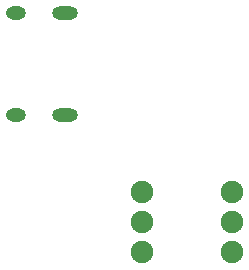
<source format=gbs>
G04*
G04 #@! TF.GenerationSoftware,Altium Limited,Altium Designer,22.6.1 (34)*
G04*
G04 Layer_Color=16711935*
%FSLAX44Y44*%
%MOMM*%
G71*
G04*
G04 #@! TF.SameCoordinates,64BB26C1-36A9-42FA-8A83-9A0FAFC5C5BC*
G04*
G04*
G04 #@! TF.FilePolarity,Negative*
G04*
G01*
G75*
%ADD38O,1.9016X1.9016*%
%ADD39C,0.1016*%
%ADD40O,2.2016X1.1016*%
%ADD41O,1.7016X1.1016*%
D38*
X210100Y30600D02*
D03*
Y56000D02*
D03*
Y81400D02*
D03*
X133900Y56000D02*
D03*
Y81400D02*
D03*
Y30600D02*
D03*
D39*
X63860Y161100D02*
D03*
Y218900D02*
D03*
D40*
X68860Y146800D02*
D03*
X68860Y233200D02*
D03*
D41*
X27360Y233200D02*
D03*
Y146800D02*
D03*
M02*

</source>
